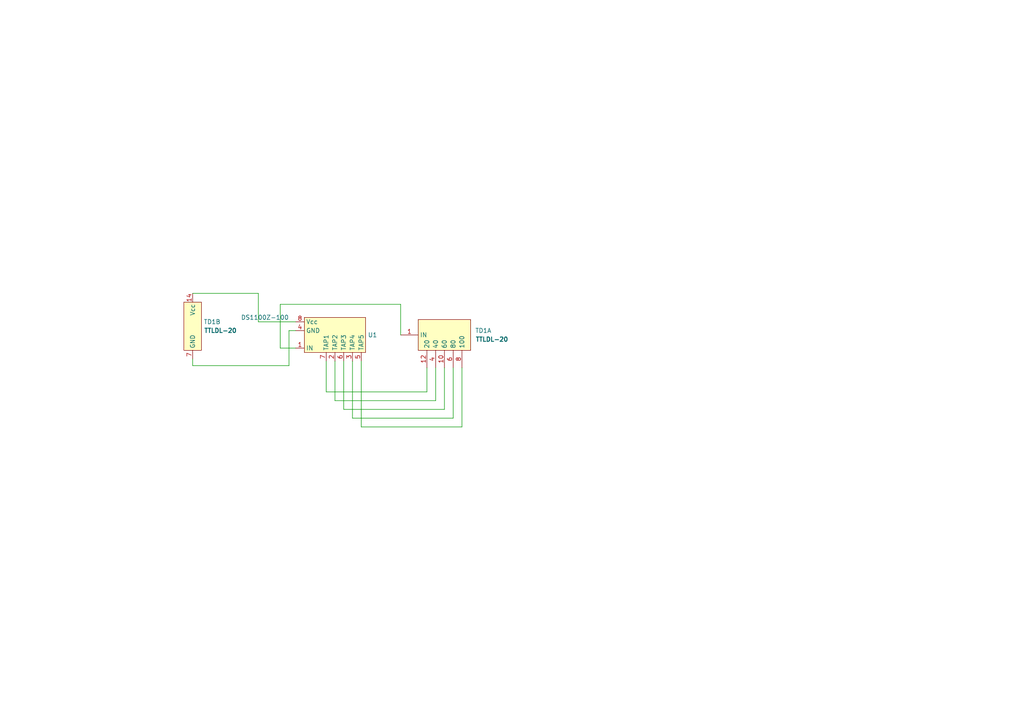
<source format=kicad_sch>
(kicad_sch (version 20230121) (generator eeschema)
  (paper "A4")
  (lib_symbols
    (symbol "time_delay_lib:DS1100Z-100"
      (property "Reference" "U" (at 0 0 0))
      (symbol "DS1100Z-100_0_0"
        (pin input line (at 0 -7.62 0) (length 2.54) (name "IN") (number "1"))
        (pin output line (at 11.43 -11.43 90) (length 2.54) (name "TAP2") (number "2"))
        (pin output line (at 16.51 -11.43 90) (length 2.54) (name "TAP4") (number "3"))
        (pin power_in line (at 0 -2.54 0) (length 2.54) (name "GND") (number "4"))
        (pin output line (at 19.05 -11.43 90) (length 2.54) (name "TAP5") (number "5"))
        (pin output line (at 13.97 -11.43 90) (length 2.54) (name "TAP3") (number "6"))
        (pin output line (at 8.89 -11.43 90) (length 2.54) (name "TAP1") (number "7"))
        (pin power_in line (at 0 0 0) (length 2.54) (name "Vcc") (number "8"))
      )
      (symbol "DS1100Z-100_1_1"
        (rectangle (start 2.54 1.27) (end 20.32 -8.89) (fill (type background)))
      )
    )
    (symbol "time_delay_lib:TTLDL-20"
      (property "Reference" "TD" (at 0 1.27 0))
      (property "Value" "TTLDL-20" (at 0 -0.635 0))
      (symbol "TTLDL-20_1_0"
        (pin input line (at -12.7 0 0) (length 5.08) (name "IN") (number "1"))
        (pin output line (at 0 -9.525 90) (length 5.08) (name "60") (number "10"))
        (pin output line (at -5.08 -9.525 90) (length 5.08) (name "20") (number "12"))
        (pin output line (at -2.54 -9.525 90) (length 5.08) (name "40") (number "4"))
        (pin output line (at 2.54 -9.525 90) (length 5.08) (name "80") (number "6"))
        (pin output line (at 5.08 -9.525 90) (length 5.08) (name "100") (number "8"))
      )
      (symbol "TTLDL-20_1_1"
        (rectangle (start -7.62 4.445) (end 7.62 -4.445) (fill (type background)))
      )
      (symbol "TTLDL-20_2_0"
        (pin power_in line (at 0 9.525 270) (length 2.54) (name "Vcc") (number "14"))
        (pin power_in line (at 0 -9.525 90) (length 2.54) (name "GND") (number "7"))
      )
      (symbol "TTLDL-20_2_1"
        (rectangle (start -2.54 6.985) (end 2.54 -6.985) (fill (type background)))
      )
    )
  )
  (wire (pts (xy 128.905 118.745) (xy 128.905 106.68)))
  (wire (pts (xy 131.445 121.285) (xy 131.445 106.68)))
  (wire (pts (xy 99.695 118.745) (xy 128.905 118.745)))
  (wire (pts (xy 55.88 106.045) (xy 55.88 104.14)))
  (wire (pts (xy 123.825 113.665) (xy 123.825 106.68)))
  (wire (pts (xy 102.235 104.775) (xy 102.235 121.285)))
  (wire (pts (xy 55.88 85.09) (xy 74.93 85.09)))
  (wire (pts (xy 81.28 100.965) (xy 81.28 88.265)))
  (wire (pts (xy 97.155 104.775) (xy 97.155 116.205)))
  (wire (pts (xy 126.365 116.205) (xy 126.365 106.68)))
  (wire (pts (xy 133.985 123.825) (xy 133.985 106.68)))
  (wire (pts (xy 74.93 85.09) (xy 74.93 93.345)))
  (wire (pts (xy 94.615 113.665) (xy 123.825 113.665)))
  (wire (pts (xy 116.205 88.265) (xy 116.205 97.155)))
  (wire (pts (xy 83.82 95.885) (xy 83.82 106.045)))
  (wire (pts (xy 94.615 104.775) (xy 94.615 113.665)))
  (wire (pts (xy 74.93 93.345) (xy 85.725 93.345)))
  (wire (pts (xy 104.775 104.775) (xy 104.775 123.825)))
  (wire (pts (xy 85.725 100.965) (xy 81.28 100.965)))
  (wire (pts (xy 83.82 106.045) (xy 55.88 106.045)))
  (wire (pts (xy 99.695 104.775) (xy 99.695 118.745)))
  (wire (pts (xy 102.235 121.285) (xy 131.445 121.285)))
  (wire (pts (xy 97.155 116.205) (xy 126.365 116.205)))
  (wire (pts (xy 81.28 88.265) (xy 116.205 88.265)))
  (wire (pts (xy 104.775 123.825) (xy 133.985 123.825)))
  (wire (pts (xy 85.725 95.885) (xy 83.82 95.885)))
  (symbol (lib_id "time_delay_lib:TTLDL-20") (at 55.88 94.615 0) (unit 2)
    (property "Reference" "TD1" (at 59.055 93.345 0) (effects (justify left)))
    (property "Value" "TTLDL-20" (at 59.055 95.885 0) (effects (font bold) (justify left)))
    (property "Footprint" "time_delay_footprints:time_delay" (effects hide))
  )
  (symbol (lib_id "time_delay_lib:DS1100Z-100") (at 85.725 93.345 0) (unit 1)
    (property "Reference" "U1" (at 106.68 97.155 0) (effects (justify left)))
    (property "Value" "DS1100Z-100" (at 76.835 92.075 0))
    (property "Footprint" "time_delay_footprints:SOIC-8_3.9x4.9mm_P1.27mm" (effects hide))
  )
  (symbol (lib_id "time_delay_lib:TTLDL-20") (at 128.905 97.155 0) (unit 1)
    (property "Reference" "TD1" (at 137.795 95.885 0) (effects (justify left)))
    (property "Value" "TTLDL-20" (at 137.795 98.425 0) (effects (font bold) (justify left)))
    (property "Footprint" "time_delay_footprints:time_delay" (effects hide))
  )
)
</source>
